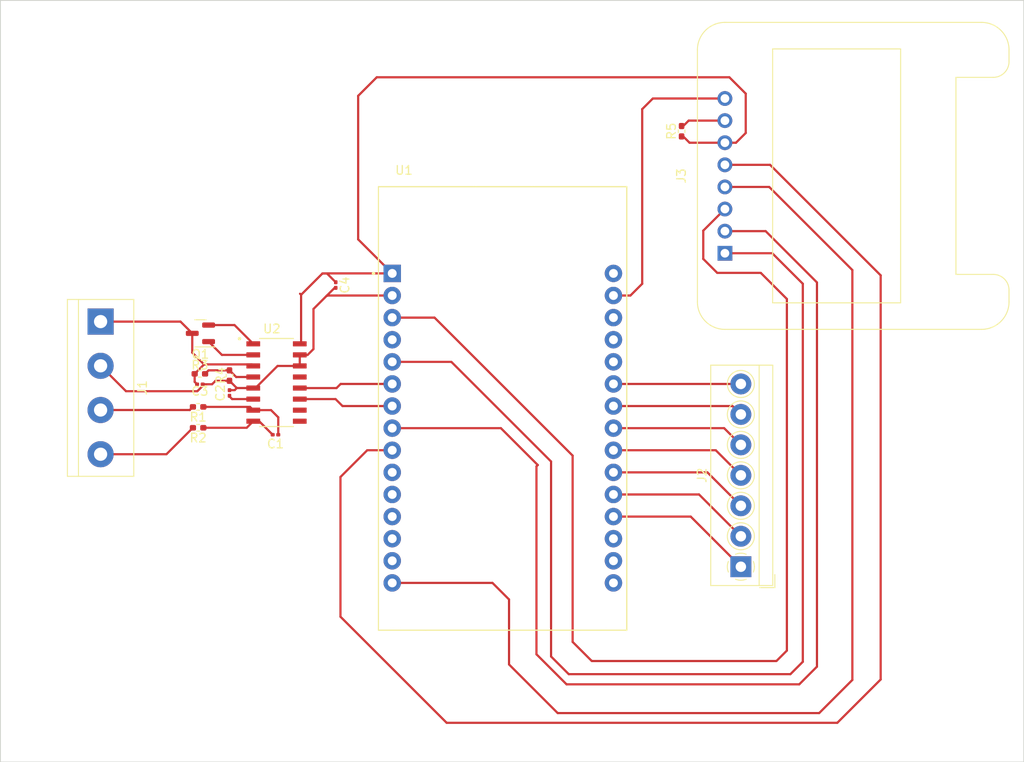
<source format=kicad_pcb>
(kicad_pcb (version 20211014) (generator pcbnew)
  (layers (0 "F.Cu" signal) (31 "B.Cu" signal) (34 "B.Paste" user) (35 "F.Paste" user) (36 "B.SilkS" user "B.Silkscreen") (37 "F.SilkS" user "F.Silkscreen") (38 "B.Mask" user) (39 "F.Mask" user) (44 "Edge.Cuts" user))
  (net 0 "")
  (net 1 "Net-(C1-Pad1)")
  (net 2 "Net-(C1-Pad2)")
  (net 3 "Net-(Q1-Pad1)")
  (net 4 "+3V3")
  (net 5 "GND3")
  (net 7 "DT_HX711")
  (net 8 "SCK_HX711")
  (net 9 "CLK_LCD")
  (net 13 "DIN_LCD")
  (net 21 "Net-(R3-Pad1)")
  (net 23 "Net-(C3-Pad1)")
  (net 24 "KEY-F4")
  (net 25 "KEY-F3")
  (net 26 "KEY-F1")
  (net 27 "KEY-F2")
  (net 28 "KEY-C3")
  (net 29 "KEY-C2")
  (net 30 "KEY-C1")
  (net 31 "RST_LCD")
  (net 32 "CE_LCD")
  (net 33 "D{slash}C_LCD")
  (net 34 "Net-(J3-Pad7)")
  (net 35 "Net-(C2-Pad1)")
  (net 36 "Net-(J1-Pad3)")
  (net 37 "Net-(J1-Pad4)")
  (net 38 "BL_LCD")
  (footprint "Capacitor_SMD:C_0201_0603Metric" (layer "F.Cu") (at 119.08 87.4 180)
    (fp_text reference "C1" (at 0 -1.05) (layer "F.SilkS"))
    (fp_text value "0.1u" hide)
    (pad "1" smd roundrect (at -0.32 0 180) (size 0.46 0.4) (layers "F.Cu" "F.Mask") (net 1 "Net-(C1-Pad1)"))
    (pad "2" smd roundrect (at 0.32 0 180) (size 0.46 0.4) (layers "F.Cu" "F.Mask") (net 2 "Net-(C1-Pad2)"))
  )
  (footprint "Package_TO_SOT_SMD:SOT-23" (layer "F.Cu") (at 110.4625 75.75 180)
    (fp_text reference "Q1" (at 0 -2.4) (layer "F.SilkS"))
    (fp_text value "MMBT3906")
    (fp_line (start 0 1.56) (end 0.65 1.56) (layer "F.SilkS") (width 0.12))
    (fp_line (start 0 1.56) (end -0.65 1.56) (layer "F.SilkS") (width 0.12))
    (fp_line (start 0 -1.56) (end 0.65 -1.56) (layer "F.SilkS") (width 0.12))
    (fp_line (start 0 -1.56) (end -1.675 -1.56) (layer "F.SilkS") (width 0.12))
    (pad "1" smd roundrect (at -0.9375 -0.95 180) (size 1.475 0.6) (layers "F.Cu" "F.Paste" "F.Mask") (net 3 "Net-(Q1-Pad1)"))
    (pad "2" smd roundrect (at -0.9375 0.95 180) (size 1.475 0.6) (layers "F.Cu" "F.Paste" "F.Mask") (net 4 "+3V3"))
    (pad "3" smd roundrect (at 0.9375 0 180) (size 1.475 0.6) (layers "F.Cu" "F.Paste" "F.Mask") (net 23 "Net-(C3-Pad1)"))
  )
  (footprint "TerminalBlock:TerminalBlock_bornier-4_P5.08mm" (layer "F.Cu") (at 99 74.4 -90)
    (fp_text reference "J1" (at 7.6 -4.8 90) (layer "F.SilkS"))
    (fp_text value "Screw_Terminal_01x04")
    (fp_line (start -2.54 -3.81) (end 17.78 -3.81) (layer "F.SilkS") (width 0.12))
    (fp_line (start -2.54 3.81) (end 17.78 3.81) (layer "F.SilkS") (width 0.12))
    (fp_line (start 17.78 3.81) (end 17.78 -3.81) (layer "F.SilkS") (width 0.12))
    (fp_line (start 17.78 2.54) (end -2.54 2.54) (layer "F.SilkS") (width 0.12))
    (fp_line (start -2.54 -3.81) (end -2.54 3.81) (layer "F.SilkS") (width 0.12))
    (pad "1" thru_hole rect (at 0 0 270) (size 3 3) (drill 1.52) (layers *.Cu *.Mask) (net 23 "Net-(C3-Pad1)"))
    (pad "2" thru_hole circle (at 5.08 0 270) (size 3 3) (drill 1.52) (layers *.Cu *.Mask) (net 5 "GND3"))
    (pad "3" thru_hole circle (at 10.16 0 270) (size 3 3) (drill 1.52) (layers *.Cu *.Mask) (net 36 "Net-(J1-Pad3)"))
    (pad "4" thru_hole circle (at 15.24 0 270) (size 3 3) (drill 1.52) (layers *.Cu *.Mask) (net 37 "Net-(J1-Pad4)"))
  )
  (footprint "Resistor_SMD:R_0402_1005Metric_Pad0.72x0.64mm_HandSolder" (layer "F.Cu") (at 110.4 80.4 180)
    (fp_text reference "R3" (at 0 1) (layer "F.SilkS"))
    (fp_text value "R" hide)
    (fp_line (start -0.167621 -0.38) (end 0.167621 -0.38) (layer "F.SilkS") (width 0.12))
    (fp_line (start -0.167621 0.38) (end 0.167621 0.38) (layer "F.SilkS") (width 0.12))
    (pad "1" smd roundrect (at -0.5975 0 180) (size 0.715 0.64) (layers "F.Cu" "F.Paste" "F.Mask") (net 21 "Net-(R3-Pad1)"))
    (pad "2" smd roundrect (at 0.5975 0 180) (size 0.715 0.64) (layers "F.Cu" "F.Paste" "F.Mask") (net 23 "Net-(C3-Pad1)"))
  )
  (footprint "HX711:SOP127P600X180-16N" (layer "F.Cu") (at 119.2 81.4)
    (fp_text reference "U2" (at -0.535 -6.172) (layer "F.SilkS"))
    (fp_text value "HX711")
    (fp_line (start -1.95 -5.06) (end 1.95 -5.06) (layer "F.SilkS") (width 0.127))
    (fp_line (start -1.95 5.06) (end 1.95 5.06) (layer "F.SilkS") (width 0.127))
    (fp_circle (center -4.25 -5.035) (end -4.15 -5.035) (layer "F.SilkS") (width 0.2) (fill none))
    (pad "1" smd roundrect locked (at -2.67 -4.445) (size 1.58 0.59) (layers "F.Cu" "F.Paste" "F.Mask") (roundrect_rratio 0.07) (net 4 "+3V3"))
    (pad "2" smd roundrect locked (at -2.67 -3.175) (size 1.58 0.59) (layers "F.Cu" "F.Paste" "F.Mask") (roundrect_rratio 0.07) (net 3 "Net-(Q1-Pad1)"))
    (pad "3" smd roundrect locked (at -2.67 -1.905) (size 1.58 0.59) (layers "F.Cu" "F.Paste" "F.Mask") (roundrect_rratio 0.07) (net 23 "Net-(C3-Pad1)"))
    (pad "4" smd roundrect locked (at -2.67 -0.635) (size 1.58 0.59) (layers "F.Cu" "F.Paste" "F.Mask") (roundrect_rratio 0.07) (net 21 "Net-(R3-Pad1)"))
    (pad "5" smd roundrect locked (at -2.67 0.635) (size 1.58 0.59) (layers "F.Cu" "F.Paste" "F.Mask") (roundrect_rratio 0.07) (net 5 "GND3"))
    (pad "6" smd roundrect locked (at -2.67 1.905) (size 1.58 0.59) (layers "F.Cu" "F.Paste" "F.Mask") (roundrect_rratio 0.07) (net 35 "Net-(C2-Pad1)"))
    (pad "7" smd roundrect locked (at -2.67 3.175) (size 1.58 0.59) (layers "F.Cu" "F.Paste" "F.Mask") (roundrect_rratio 0.07) (net 1 "Net-(C1-Pad1)"))
    (pad "8" smd roundrect locked (at -2.67 4.445) (size 1.58 0.59) (layers "F.Cu" "F.Paste" "F.Mask") (roundrect_rratio 0.07) (net 2 "Net-(C1-Pad2)"))
    (pad "9" smd roundrect locked (at 2.67 4.445) (size 1.58 0.59) (layers "F.Cu" "F.Paste" "F.Mask") (roundrect_rratio 0.07) (net 5 "GND3"))
    (pad "10" smd roundrect locked (at 2.67 3.175) (size 1.58 0.59) (layers "F.Cu" "F.Paste" "F.Mask") (roundrect_rratio 0.07) (net 4 "+3V3"))
    (pad "11" smd roundrect locked (at 2.67 1.905) (size 1.58 0.59) (layers "F.Cu" "F.Paste" "F.Mask") (roundrect_rratio 0.07) (net 8 "SCK_HX711"))
    (pad "12" smd roundrect locked (at 2.67 0.635) (size 1.58 0.59) (layers "F.Cu" "F.Paste" "F.Mask") (roundrect_rratio 0.07) (net 7 "DT_HX711"))
    (pad "13" smd roundrect locked (at 2.67 -0.635) (size 1.58 0.59) (layers "F.Cu" "F.Paste" "F.Mask") (roundrect_rratio 0.07))
    (pad "14" smd roundrect locked (at 2.67 -1.905) (size 1.58 0.59) (layers "F.Cu" "F.Paste" "F.Mask") (roundrect_rratio 0.07) (net 5 "GND3"))
    (pad "15" smd roundrect locked (at 2.67 -3.175) (size 1.58 0.59) (layers "F.Cu" "F.Paste" "F.Mask") (roundrect_rratio 0.07) (net 5 "GND3"))
    (pad "16" smd roundrect locked (at 2.67 -4.445) (size 1.58 0.59) (layers "F.Cu" "F.Paste" "F.Mask") (roundrect_rratio 0.07) (net 4 "+3V3"))
  )
  (footprint "Resistor_SMD:R_0402_1005Metric_Pad0.72x0.64mm_HandSolder" (layer "F.Cu") (at 113.8 80.6 -90)
    (fp_text reference "R4" (at 0 1 90) (layer "F.SilkS"))
    (fp_text value "R" hide)
    (fp_line (start -0.167621 0.38) (end 0.167621 0.38) (layer "F.SilkS") (width 0.12))
    (fp_line (start -0.167621 -0.38) (end 0.167621 -0.38) (layer "F.SilkS") (width 0.12))
    (pad "1" smd roundrect (at -0.5975 0 270) (size 0.715 0.64) (layers "F.Cu" "F.Paste" "F.Mask") (net 21 "Net-(R3-Pad1)"))
    (pad "2" smd roundrect (at 0.5975 0 270) (size 0.715 0.64) (layers "F.Cu" "F.Paste" "F.Mask") (net 5 "GND3"))
  )
  (footprint "Resistor_SMD:R_0402_1005Metric_Pad0.72x0.64mm_HandSolder" (layer "F.Cu") (at 165.7096 52.5272 90)
    (fp_text reference "R5" (at 0 -1.17 90) (layer "F.SilkS"))
    (fp_text value "R")
    (fp_line (start -0.167621 -0.38) (end 0.167621 -0.38) (layer "F.SilkS") (width 0.12))
    (fp_line (start -0.167621 0.38) (end 0.167621 0.38) (layer "F.SilkS") (width 0.12))
    (pad "1" smd roundrect (at -0.5975 0 90) (size 0.715 0.64) (layers "F.Cu" "F.Paste" "F.Mask") (net 38 "BL_LCD"))
    (pad "2" smd roundrect (at 0.5975 0 90) (size 0.715 0.64) (layers "F.Cu" "F.Paste" "F.Mask") (net 34 "Net-(J3-Pad7)"))
  )
  (footprint "Capacitor_SMD:C_0201_0603Metric" (layer "F.Cu") (at 113.8 82.6 90)
    (fp_text reference "C2" (at 0 -1.05 90) (layer "F.SilkS"))
    (fp_text value "0.1u" hide)
    (pad "1" smd roundrect (at -0.32 0 90) (size 0.46 0.4) (layers "F.Cu" "F.Mask") (net 35 "Net-(C2-Pad1)"))
    (pad "2" smd roundrect (at 0.32 0 90) (size 0.46 0.4) (layers "F.Cu" "F.Mask") (net 5 "GND3"))
  )
  (footprint "Resistor_SMD:R_0402_1005Metric_Pad0.72x0.64mm_HandSolder" (layer "F.Cu") (at 110.2 84.2 180)
    (fp_text reference "R1" (at 0 -1.17) (layer "F.SilkS"))
    (fp_text value "100" hide)
    (fp_line (start -0.167621 0.38) (end 0.167621 0.38) (layer "F.SilkS") (width 0.12))
    (fp_line (start -0.167621 -0.38) (end 0.167621 -0.38) (layer "F.SilkS") (width 0.12))
    (pad "1" smd roundrect (at -0.5975 0 180) (size 0.715 0.64) (layers "F.Cu" "F.Paste" "F.Mask") (net 1 "Net-(C1-Pad1)"))
    (pad "2" smd roundrect (at 0.5975 0 180) (size 0.715 0.64) (layers "F.Cu" "F.Paste" "F.Mask") (net 36 "Net-(J1-Pad3)"))
  )
  (footprint "TerminalBlock_4Ucon:TerminalBlock_4Ucon_1x07_P3.50mm_Horizontal" (layer "F.Cu") (at 172.5168 102.5652 90)
    (fp_text reference "J2" (at 10.5 -4.46 90) (layer "F.SilkS"))
    (fp_text value "Conn_01x07")
    (fp_line (start -2.4 3.9) (end -0.9 3.9) (layer "F.SilkS") (width 0.12))
    (fp_line (start -2.16 -3.46) (end -2.16 3.66) (layer "F.SilkS") (width 0.12))
    (fp_line (start -2.16 3.66) (end 23.16 3.66) (layer "F.SilkS") (width 0.12))
    (fp_line (start -2.4 2.16) (end -2.4 3.9) (layer "F.SilkS") (width 0.12))
    (fp_line (start -2.16 2.1) (end 23.16 2.1) (layer "F.SilkS") (width 0.12))
    (fp_line (start -2.16 -3.46) (end 23.16 -3.46) (layer "F.SilkS") (width 0.12))
    (fp_line (start 23.16 -3.46) (end 23.16 3.66) (layer "F.SilkS") (width 0.12))
    (fp_arc (start 1.432109 -0.607742) (mid 1.555727 0.00014) (end 1.432 0.608) (layer "F.SilkS") (width 0.12))
    (fp_arc (start 0.027011 1.555493) (mid -0.296984 1.527118) (end -0.608 1.432) (layer "F.SilkS") (width 0.12))
    (fp_arc (start -0.607742 -1.432109) (mid 0.00014 -1.555727) (end 0.608 -1.432) (layer "F.SilkS") (width 0.12))
    (fp_arc (start 0.607587 1.431385) (mid 0.310017 1.523783) (end 0 1.555) (layer "F.SilkS") (width 0.12))
    (fp_arc (start -1.432109 0.607742) (mid -1.555727 -0.00014) (end -1.432 -0.608) (layer "F.SilkS") (width 0.12))
    (fp_circle (center 10.5 0) (end 12.055 0) (layer "F.SilkS") (width 0.12) (fill none))
    (fp_circle (center 21 0) (end 22.555 0) (layer "F.SilkS") (width 0.12) (fill none))
    (fp_circle (center 17.5 0) (end 19.055 0) (layer "F.SilkS") (width 0.12) (fill none))
    (fp_circle (center 3.5 0) (end 5.055 0) (layer "F.SilkS") (width 0.12) (fill none))
    (fp_circle (center 14 0) (end 15.555 0) (layer "F.SilkS") (width 0.12) (fill none))
    (fp_circle (center 7 0) (end 8.555 0) (layer "F.SilkS") (width 0.12) (fill none))
    (pad "1" thru_hole rect (at 0 0 90) (size 2.4 2.4) (drill 1.2) (layers *.Cu *.Mask) (net 24 "KEY-F4"))
    (pad "2" thru_hole circle (at 3.5 0 90) (size 2.4 2.4) (drill 1.2) (layers *.Cu *.Mask) (net 25 "KEY-F3"))
    (pad "3" thru_hole circle (at 7 0 90) (size 2.4 2.4) (drill 1.2) (layers *.Cu *.Mask) (net 26 "KEY-F1"))
    (pad "4" thru_hole circle (at 10.5 0 90) (size 2.4 2.4) (drill 1.2) (layers *.Cu *.Mask) (net 27 "KEY-F2"))
    (pad "5" thru_hole circle (at 14 0 90) (size 2.4 2.4) (drill 1.2) (layers *.Cu *.Mask) (net 28 "KEY-C3"))
    (pad "6" thru_hole circle (at 17.5 0 90) (size 2.4 2.4) (drill 1.2) (layers *.Cu *.Mask) (net 29 "KEY-C2"))
    (pad "7" thru_hole circle (at 21 0 90) (size 2.4 2.4) (drill 1.2) (layers *.Cu *.Mask) (net 30 "KEY-C1"))
  )
  (footprint "Capacitor_SMD:C_0201_0603Metric" (layer "F.Cu") (at 110.4 81.6)
    (fp_text reference "C3" (at 0 0.8) (layer "F.SilkS"))
    (fp_text value "0.1u" hide)
    (pad "1" smd roundrect (at -0.32 0) (size 0.46 0.4) (layers "F.Cu" "F.Mask") (net 23 "Net-(C3-Pad1)"))
    (pad "2" smd roundrect (at 0.32 0) (size 0.46 0.4) (layers "F.Cu" "F.Mask") (net 5 "GND3"))
  )
  (footprint "Capacitor_SMD:C_0201_0603Metric" (layer "F.Cu") (at 126 70.2 -90)
    (fp_text reference "C4" (at 0 -1.05 90) (layer "F.SilkS"))
    (fp_text value "0.1u" hide)
    (pad "1" smd roundrect (at -0.32 0 270) (size 0.46 0.4) (layers "F.Cu" "F.Mask") (net 4 "+3V3"))
    (pad "2" smd roundrect (at 0.32 0 270) (size 0.46 0.4) (layers "F.Cu" "F.Mask") (net 5 "GND3"))
  )
  (footprint "Resistor_SMD:R_0402_1005Metric_Pad0.72x0.64mm_HandSolder" (layer "F.Cu") (at 110.2 86.6 180)
    (fp_text reference "R2" (at 0 -1.17) (layer "F.SilkS"))
    (fp_text value "100" hide)
    (fp_line (start -0.167621 0.38) (end 0.167621 0.38) (layer "F.SilkS") (width 0.12))
    (fp_line (start -0.167621 -0.38) (end 0.167621 -0.38) (layer "F.SilkS") (width 0.12))
    (pad "1" smd roundrect (at -0.5975 0 180) (size 0.715 0.64) (layers "F.Cu" "F.Paste" "F.Mask") (net 2 "Net-(C1-Pad2)"))
    (pad "2" smd roundrect (at 0.5975 0 180) (size 0.715 0.64) (layers "F.Cu" "F.Paste" "F.Mask") (net 37 "Net-(J1-Pad4)"))
  )
  (footprint "Display:Adafruit_SSD1306" (layer "F.Cu") (at 170.685 66.548 90)
    (fp_text reference "J3" (at 8.89 -5 90) (layer "F.SilkS"))
    (fp_text value "Conn_01x08")
    (fp_line (start -8.746 0) (end -8.746 29.464) (layer "F.SilkS") (width 0.12))
    (fp_line (start 23.478 5.478) (end 23.478 20.176) (layer "F.SilkS") (width 0.12))
    (fp_line (start -5.698 5.478) (end 23.478 5.478) (layer "F.SilkS") (width 0.12))
    (fp_line (start 26.526 0) (end 26.526 29.464) (layer "F.SilkS") (width 0.12))
    (fp_line (start 23.368 -3.158) (end -5.588 -3.158) (layer "F.SilkS") (width 0.12))
    (fp_line (start 22.018 32.622) (end 23.37 32.622) (layer "F.SilkS") (width 0.12))
    (fp_line (start -5.698 20.176) (end 23.478 20.176) (layer "F.SilkS") (width 0.12))
    (fp_line (start -2.43 26.526) (end 20.21 26.526) (layer "F.SilkS") (width 0.12))
    (fp_line (start 20.21 26.526) (end 20.21 30.814) (layer "F.SilkS") (width 0.12))
    (fp_line (start -5.698 5.478) (end -5.698 20.176) (layer "F.SilkS") (width 0.12))
    (fp_line (start -4.238 32.622) (end -5.59 32.622) (layer "F.SilkS") (width 0.12))
    (fp_line (start -2.43 26.526) (end -2.43 30.814) (layer "F.SilkS") (width 0.12))
    (fp_arc (start 22.016 32.622) (mid 20.738137 32.091035) (end 20.21 30.812) (layer "F.SilkS") (width 0.12))
    (fp_arc (start -8.746 0) (mid -7.821043 -2.233043) (end -5.588 -3.158) (layer "F.SilkS") (width 0.12))
    (fp_arc (start 23.368 -3.158) (mid 25.601043 -2.233043) (end 26.526 0) (layer "F.SilkS") (width 0.12))
    (fp_arc (start -2.43 30.812) (mid -2.958137 32.091035) (end -4.236 32.622) (layer "F.SilkS") (width 0.12))
    (fp_arc (start 26.526 29.464) (mid 25.601043 31.697043) (end 23.368 32.622) (layer "F.SilkS") (width 0.12))
    (fp_arc (start -5.588 32.622) (mid -7.821043 31.697043) (end -8.746 29.464) (layer "F.SilkS") (width 0.12))
    (pad "" np_thru_hole circle (at 23.368 29.464 90) (size 2.7 2.7) (drill 2.7) (layers *.Cu *.Mask))
    (pad "" np_thru_hole circle (at -5.588 0 90) (size 2.7 2.7) (drill 2.7) (layers *.Cu *.Mask))
    (pad "" np_thru_hole circle (at -5.588 29.464 90) (size 2.7 2.7) (drill 2.7) (layers *.Cu *.Mask))
    (pad "" np_thru_hole circle (at 23.368 0 90) (size 2.7 2.7) (drill 2.7) (layers *.Cu *.Mask))
    (pad "1" thru_hole rect (at 0 0 90) (size 1.7 1.7) (drill 1) (layers *.Cu *.Mask) (net 31 "RST_LCD"))
    (pad "2" thru_hole circle (at 2.54 0 90) (size 1.7 1.7) (drill 1) (layers *.Cu *.Mask) (net 32 "CE_LCD"))
    (pad "3" thru_hole circle (at 5.08 0 90) (size 1.7 1.7) (drill 1) (layers *.Cu *.Mask) (net 33 "D{slash}C_LCD"))
    (pad "4" thru_hole circle (at 7.62 0 90) (size 1.7 1.7) (drill 1) (layers *.Cu *.Mask) (net 13 "DIN_LCD"))
    (pad "5" thru_hole circle (at 10.16 0 90) (size 1.7 1.7) (drill 1) (layers *.Cu *.Mask) (net 9 "CLK_LCD"))
    (pad "6" thru_hole circle (at 12.7 0 90) (size 1.7 1.7) (drill 1) (layers *.Cu *.Mask) (net 4 "+3V3"))
    (pad "7" thru_hole circle (at 15.24 0 90) (size 1.7 1.7) (drill 1) (layers *.Cu *.Mask) (net 34 "Net-(J3-Pad7)"))
    (pad "8" thru_hole circle (at 17.78 0 90) (size 1.7 1.7) (drill 1) (layers *.Cu *.Mask) (net 5 "GND3"))
  )
  (footprint "ESP32-DEVKIT-V1:MODULE_ESP32_DEVKIT_V1" (layer "F.Cu") (at 145.1864 84.3788)
    (fp_text reference "U1" (at -11.355 -27.36) (layer "F.SilkS"))
    (fp_text value "ESP32-DEVKIT-V1")
    (fp_line (start 14.23 25.475) (end -14.28 25.475) (layer "F.SilkS") (width 0.127))
    (fp_line (start 8.78 25.475) (end 14.23 25.475) (layer "F.SilkS") (width 0.127))
    (fp_line (start -3.211 -25.475) (end 3.5 -25.475) (layer "F.SilkS") (width 0.127))
    (fp_line (start -14.28 -25.475) (end 14.23 -25.475) (layer "F.SilkS") (width 0.127))
    (fp_line (start 3.5 -25.475) (end 14.23 -25.475) (layer "F.SilkS") (width 0.127))
    (fp_line (start -14.28 25.475) (end -8.91 25.475) (layer "F.SilkS") (width 0.127))
    (fp_line (start -14.28 25.475) (end -14.28 -25.475) (layer "F.SilkS") (width 0.127))
    (fp_line (start 14.23 -25.475) (end 14.23 25.475) (layer "F.SilkS") (width 0.127))
    (fp_line (start -8.91 25.475) (end 8.78 25.475) (layer "F.SilkS") (width 0.127))
    (fp_line (start 14.23 -25.475) (end 14.23 25.475) (layer "F.SilkS") (width 0.127))
    (fp_line (start -14.28 25.475) (end -14.28 -25.475) (layer "F.SilkS") (width 0.127))
    (fp_line (start -14.28 -25.475) (end -3.211 -25.475) (layer "F.SilkS") (width 0.127))
    (fp_circle (center -14.85 -15.515) (end -14.75 -15.515) (layer "F.SilkS") (width 0.2) (fill none))
    (pad "" np_thru_hole circle locked (at -12.28 -23.475) (size 3 3) (drill 3) (layers *.Cu *.Mask))
    (pad "" np_thru_hole circle locked (at -12.28 23.475) (size 3 3) (drill 3) (layers *.Cu *.Mask))
    (pad "" np_thru_hole circle locked (at 12.23 -23.475) (size 3 3) (drill 3) (layers *.Cu *.Mask))
    (pad "" np_thru_hole circle locked (at 12.23 23.475) (size 3 3) (drill 3) (layers *.Cu *.Mask))
    (pad "1" thru_hole rect locked (at -12.7 -15.515) (size 2 2) (drill 1.02) (layers *.Cu *.Mask) (net 4 "+3V3"))
    (pad "2" thru_hole circle locked (at -12.7 -12.975) (size 2 2) (drill 1.02) (layers *.Cu *.Mask) (net 5 "GND3"))
    (pad "3" thru_hole circle locked (at -12.7 -10.435) (size 2 2) (drill 1.02) (layers *.Cu *.Mask) (net 33 "D{slash}C_LCD"))
    (pad "4" thru_hole circle locked (at -12.7 -7.895) (size 2 2) (drill 1.02) (layers *.Cu *.Mask))
    (pad "5" thru_hole circle locked (at -12.7 -5.355) (size 2 2) (drill 1.02) (layers *.Cu *.Mask) (net 31 "RST_LCD"))
    (pad "6" thru_hole circle locked (at -12.7 -2.815) (size 2 2) (drill 1.02) (layers *.Cu *.Mask) (net 7 "DT_HX711"))
    (pad "7" thru_hole circle locked (at -12.7 -0.275) (size 2 2) (drill 1.02) (layers *.Cu *.Mask) (net 8 "SCK_HX711"))
    (pad "8" thru_hole circle locked (at -12.7 2.265) (size 2 2) (drill 1.02) (layers *.Cu *.Mask) (net 32 "CE_LCD"))
    (pad "9" thru_hole circle locked (at -12.7 4.805) (size 2 2) (drill 1.02) (layers *.Cu *.Mask) (net 9 "CLK_LCD"))
    (pad "10" thru_hole circle locked (at -12.7 7.345) (size 2 2) (drill 1.02) (layers *.Cu *.Mask))
    (pad "11" thru_hole circle locked (at -12.7 9.885) (size 2 2) (drill 1.02) (layers *.Cu *.Mask))
    (pad "12" thru_hole circle locked (at -12.7 12.425) (size 2 2) (drill 1.02) (layers *.Cu *.Mask) (net 38 "BL_LCD"))
    (pad "13" thru_hole circle locked (at -12.7 14.965) (size 2 2) (drill 1.02) (layers *.Cu *.Mask))
    (pad "14" thru_hole circle locked (at -12.7 17.505) (size 2 2) (drill 1.02) (layers *.Cu *.Mask))
    (pad "15" thru_hole circle locked (at -12.7 20.045) (size 2 2) (drill 1.02) (layers *.Cu *.Mask) (net 13 "DIN_LCD"))
    (pad "16" thru_hole circle locked (at 12.7 20.045) (size 2 2) (drill 1.02) (layers *.Cu *.Mask))
    (pad "17" thru_hole circle locked (at 12.7 17.505) (size 2 2) (drill 1.02) (layers *.Cu *.Mask))
    (pad "18" thru_hole circle locked (at 12.7 14.965) (size 2 2) (drill 1.02) (layers *.Cu *.Mask))
    (pad "19" thru_hole circle locked (at 12.7 12.425) (size 2 2) (drill 1.02) (layers *.Cu *.Mask) (net 24 "KEY-F4"))
    (pad "20" thru_hole circle locked (at 12.7 9.885) (size 2 2) (drill 1.02) (layers *.Cu *.Mask) (net 25 "KEY-F3"))
    (pad "21" thru_hole circle locked (at 12.7 7.345) (size 2 2) (drill 1.02) (layers *.Cu *.Mask) (net 26 "KEY-F1"))
    (pad "22" thru_hole circle locked (at 12.7 4.805) (size 2 2) (drill 1.02) (layers *.Cu *.Mask) (net 27 "KEY-F2"))
    (pad "23" thru_hole circle locked (at 12.7 2.265) (size 2 2) (drill 1.02) (layers *.Cu *.Mask) (net 28 "KEY-C3"))
    (pad "24" thru_hole circle locked (at 12.7 -0.275) (size 2 2) (drill 1.02) (layers *.Cu *.Mask) (net 29 "KEY-C2"))
    (pad "25" thru_hole circle locked (at 12.7 -2.815) (size 2 2) (drill 1.02) (layers *.Cu *.Mask) (net 30 "KEY-C1"))
    (pad "26" thru_hole circle locked (at 12.7 -5.355) (size 2 2) (drill 1.02) (layers *.Cu *.Mask))
    (pad "27" thru_hole circle locked (at 12.7 -7.895) (size 2 2) (drill 1.02) (layers *.Cu *.Mask))
    (pad "28" thru_hole circle locked (at 12.7 -10.435) (size 2 2) (drill 1.02) (layers *.Cu *.Mask))
    (pad "29" thru_hole circle locked (at 12.7 -12.975) (size 2 2) (drill 1.02) (layers *.Cu *.Mask) (net 5 "GND3"))
    (pad "30" thru_hole circle locked (at 12.7 -15.515) (size 2 2) (drill 1.02) (layers *.Cu *.Mask))
  )
  (gr_line (start 205 125) (end 87.5 125) (layer "Edge.Cuts") (width 0.1))
  (gr_line (start 205 37.5) (end 205 125) (layer "Edge.Cuts") (width 0.1))
  (gr_line (start 87.5 37.5) (end 205 37.5) (layer "Edge.Cuts") (width 0.1))
  (gr_line (start 87.5 125) (end 87.5 37.5) (layer "Edge.Cuts") (width 0.1))
  (segment (start 118.575 84.575) (end 119.4 85.4) (width 0.25) (layer "F.Cu") (net 1))
  (segment (start 110.7975 84.2) (end 116.155 84.2) (width 0.25) (layer "F.Cu") (net 1))
  (segment (start 116.53 84.575) (end 118.575 84.575) (width 0.25) (layer "F.Cu") (net 1))
  (segment (start 119.4 85.4) (end 119.4 87.4) (width 0.25) (layer "F.Cu") (net 1))
  (segment (start 116.155 84.2) (end 116.53 84.575) (width 0.25) (layer "F.Cu") (net 1))
  (segment (start 117.205 85.845) (end 118.76 87.4) (width 0.25) (layer "F.Cu") (net 2))
  (segment (start 116.53 85.845) (end 117.205 85.845) (width 0.25) (layer "F.Cu") (net 2))
  (segment (start 110.7975 86.6) (end 115.775 86.6) (width 0.25) (layer "F.Cu") (net 2))
  (segment (start 115.775 86.6) (end 116.53 85.845) (width 0.25) (layer "F.Cu") (net 2))
  (segment (start 112.925 78.225) (end 116.53 78.225) (width 0.25) (layer "F.Cu") (net 3))
  (segment (start 111.4 76.7) (end 112.925 78.225) (width 0.25) (layer "F.Cu") (net 3))
  (segment (start 165.7096 52.9347) (end 166.6229 53.848) (width 0.25) (layer "F.Cu") (net 4))
  (segment (start 124.481 68.8638) (end 132.4864 68.8638) (width 0.25) (layer "F.Cu") (net 4))
  (segment (start 122.0216 76.8034) (end 121.87 76.955) (width 0.25) (layer "F.Cu") (net 4))
  (segment (start 122.0216 71.3232) (end 122.0216 76.8034) (width 0.25) (layer "F.Cu") (net 4))
  (segment (start 111.4 74.8) (end 114.375 74.8) (width 0.25) (layer "F.Cu") (net 4))
  (segment (start 173.0756 48.2092) (end 171.196 46.3296) (width 0.25) (layer "F.Cu") (net 4))
  (segment (start 128.5748 48.4632) (end 128.5748 64.9522) (width 0.25) (layer "F.Cu") (net 4))
  (segment (start 130.7084 46.3296) (end 128.5748 48.4632) (width 0.25) (layer "F.Cu") (net 4))
  (segment (start 114.375 74.8) (end 116.53 76.955) (width 0.25) (layer "F.Cu") (net 4))
  (segment (start 124.481 68.8638) (end 124.9838 68.8638) (width 0.25) (layer "F.Cu") (net 4))
  (segment (start 128.5748 64.9522) (end 132.4864 68.8638) (width 0.25) (layer "F.Cu") (net 4))
  (segment (start 124.9838 68.8638) (end 126 69.88) (width 0.25) (layer "F.Cu") (net 4))
  (segment (start 166.6229 53.848) (end 170.685 53.848) (width 0.25) (layer "F.Cu") (net 4))
  (segment (start 171.196 46.3296) (end 130.7084 46.3296) (width 0.25) (layer "F.Cu") (net 4))
  (segment (start 171.958 53.848) (end 173.0756 52.7304) (width 0.25) (layer "F.Cu") (net 4))
  (segment (start 122.0216 71.3232) (end 124.481 68.8638) (width 0.25) (layer "F.Cu") (net 4))
  (segment (start 170.685 53.848) (end 171.958 53.848) (width 0.25) (layer "F.Cu") (net 4))
  (segment (start 173.0756 52.7304) (end 173.0756 48.2092) (width 0.25) (layer "F.Cu") (net 4))
  (segment (start 121.8984 71.2) (end 122.0216 71.3232) (width 0.25) (layer "F.Cu") (net 4))
  (segment (start 113.8 81.1975) (end 112.2025 81.1975) (width 0.25) (layer "F.Cu") (net 5))
  (segment (start 159.8378 71.4038) (end 161.1884 70.0532) (width 0.25) (layer "F.Cu") (net 5))
  (segment (start 121.87 78.225) (end 121.87 79.495) (width 0.25) (layer "F.Cu") (net 5))
  (segment (start 110.111041 82.4) (end 101.92 82.4) (width 0.25) (layer "F.Cu") (net 5))
  (segment (start 113.8 81.1975) (end 114.6375 82.035) (width 0.25) (layer "F.Cu") (net 5))
  (segment (start 125.0398 71.4038) (end 125.0188 71.4248) (width 0.25) (layer "F.Cu") (net 5))
  (segment (start 113.8 82.28) (end 114.3925 82.28) (width 0.25) (layer "F.Cu") (net 5))
  (segment (start 161.1884 49.9872) (end 162.4076 48.768) (width 0.25) (layer "F.Cu") (net 5))
  (segment (start 157.8864 71.4038) (end 159.8378 71.4038) (width 0.25) (layer "F.Cu") (net 5))
  (segment (start 126 70.52) (end 125.8728 70.52) (width 0.25) (layer "F.Cu") (net 5))
  (segment (start 123.444 72.9488) (end 123.444 77.556) (width 0.25) (layer "F.Cu") (net 5))
  (segment (start 124.968 71.4248) (end 123.444 72.9488) (width 0.25) (layer "F.Cu") (net 5))
  (segment (start 116.780426 82.035) (end 119.320426 79.495) (width 0.25) (layer "F.Cu") (net 5))
  (segment (start 101.92 82.4) (end 99 79.48) (width 0.25) (layer "F.Cu") (net 5))
  (segment (start 123.444 77.556) (end 122.775 78.225) (width 0.25) (layer "F.Cu") (net 5))
  (segment (start 132.4864 71.4038) (end 125.0398 71.4038) (width 0.25) (layer "F.Cu") (net 5))
  (segment (start 125.0188 71.4248) (end 124.968 71.4248) (width 0.25) (layer "F.Cu") (net 5))
  (segment (start 111.8 81.6) (end 110.72 81.6) (width 0.25) (layer "F.Cu") (net 5))
  (segment (start 116.53 82.035) (end 116.780426 82.035) (width 0.25) (layer "F.Cu") (net 5))
  (segment (start 114.3925 82.28) (end 114.6375 82.035) (width 0.25) (layer "F.Cu") (net 5))
  (segment (start 112.2025 81.1975) (end 111.8 81.6) (width 0.25) (layer "F.Cu") (net 5))
  (segment (start 162.4076 48.768) (end 170.685 48.768) (width 0.25) (layer "F.Cu") (net 5))
  (segment (start 114.6375 82.035) (end 116.53 82.035) (width 0.25) (layer "F.Cu") (net 5))
  (segment (start 119.320426 79.495) (end 121.87 79.495) (width 0.25) (layer "F.Cu") (net 5))
  (segment (start 125.8728 70.52) (end 124.968 71.4248) (width 0.25) (layer "F.Cu") (net 5))
  (segment (start 110.72 81.791041) (end 110.111041 82.4) (width 0.25) (layer "F.Cu") (net 5))
  (segment (start 122.775 78.225) (end 121.87 78.225) (width 0.25) (layer "F.Cu") (net 5))
  (segment (start 161.1884 70.0532) (end 161.1884 49.9872) (width 0.25) (layer "F.Cu") (net 5))
  (segment (start 110.72 81.6) (end 110.72 81.791041) (width 0.25) (layer "F.Cu") (net 5))
  (segment (start 121.877 82.042) (end 121.87 82.035) (width 0.25) (layer "F.Cu") (net 7))
  (segment (start 126.0856 82.042) (end 126.5638 81.5638) (width 0.25) (layer "F.Cu") (net 7))
  (segment (start 126.5638 81.5638) (end 132.4864 81.5638) (width 0.25) (layer "F.Cu") (net 7))
  (segment (start 126.0856 82.042) (end 121.877 82.042) (width 0.25) (layer "F.Cu") (net 7))
  (segment (start 125.977 83.305) (end 126.7758 84.1038) (width 0.25) (layer "F.Cu") (net 8))
  (segment (start 126.7758 84.1038) (end 132.4864 84.1038) (width 0.25) (layer "F.Cu") (net 8))
  (segment (start 121.87 83.305) (end 125.977 83.305) (width 0.25) (layer "F.Cu") (net 8))
  (segment (start 126.5428 92.2528) (end 126.5428 108.3056) (width 0.25) (layer "F.Cu") (net 9))
  (segment (start 175.8696 56.388) (end 188.5696 69.088) (width 0.25) (layer "F.Cu") (net 9))
  (segment (start 129.6118 89.1838) (end 126.5428 92.2528) (width 0.25) (layer "F.Cu") (net 9))
  (segment (start 170.685 56.388) (end 175.8696 56.388) (width 0.25) (layer "F.Cu") (net 9))
  (segment (start 188.5696 69.088) (end 188.5696 115.5192) (width 0.25) (layer "F.Cu") (net 9))
  (segment (start 132.4864 89.1838) (end 129.6118 89.1838) (width 0.25) (layer "F.Cu") (net 9))
  (segment (start 138.7348 120.4976) (end 126.5428 108.3056) (width 0.25) (layer "F.Cu") (net 9))
  (segment (start 183.5912 120.4976) (end 138.7348 120.4976) (width 0.25) (layer "F.Cu") (net 9))
  (segment (start 188.5696 115.5192) (end 183.5912 120.4976) (width 0.25) (layer "F.Cu") (net 9))
  (segment (start 145.8976 106.3244) (end 145.8976 113.792) (width 0.25) (layer "F.Cu") (net 13))
  (segment (start 175.768 58.928) (end 170.685 58.928) (width 0.25) (layer "F.Cu") (net 13))
  (segment (start 185.3184 68.4784) (end 175.768 58.928) (width 0.25) (layer "F.Cu") (net 13))
  (segment (start 145.8976 113.792) (end 151.4856 119.38) (width 0.25) (layer "F.Cu") (net 13))
  (segment (start 181.5084 119.38) (end 185.3184 115.57) (width 0.25) (layer "F.Cu") (net 13))
  (segment (start 151.4856 119.38) (end 181.5084 119.38) (width 0.25) (layer "F.Cu") (net 13))
  (segment (start 132.4864 104.4238) (end 143.997 104.4238) (width 0.25) (layer "F.Cu") (net 13))
  (segment (start 143.997 104.4238) (end 145.8976 106.3244) (width 0.25) (layer "F.Cu") (net 13))
  (segment (start 185.3184 115.57) (end 185.3184 68.4784) (width 0.25) (layer "F.Cu") (net 13))
  (segment (start 111.395 80.0025) (end 113.8 80.0025) (width 0.25) (layer "F.Cu") (net 21))
  (segment (start 114.5625 80.765) (end 113.8 80.0025) (width 0.25) (layer "F.Cu") (net 21))
  (segment (start 116.53 80.765) (end 114.5625 80.765) (width 0.25) (layer "F.Cu") (net 21))
  (segment (start 110.9975 80.4) (end 111.395 80.0025) (width 0.25) (layer "F.Cu") (net 21))
  (segment (start 116.53 79.495) (end 116.355 79.32) (width 0.25) (layer "F.Cu") (net 23))
  (segment (start 109.8025 81.3225) (end 110.08 81.6) (width 0.25) (layer "F.Cu") (net 23))
  (segment (start 109.525 75.75) (end 108.175 74.4) (width 0.25) (layer "F.Cu") (net 23))
  (segment (start 109.8025 80.4) (end 109.8025 81.3225) (width 0.25) (layer "F.Cu") (net 23))
  (segment (start 116.355 79.32) (end 110.8825 79.32) (width 0.25) (layer "F.Cu") (net 23))
  (segment (start 110.8825 79.32) (end 109.8025 80.4) (width 0.25) (layer "F.Cu") (net 23))
  (segment (start 108.175 74.4) (end 99 74.4) (width 0.25) (layer "F.Cu") (net 23))
  (segment (start 109.525 77.9625) (end 110.8825 79.32) (width 0.25) (layer "F.Cu") (net 23))
  (segment (start 109.525 75.75) (end 109.525 77.9625) (width 0.25) (layer "F.Cu") (net 23))
  (segment (start 157.8864 96.8038) (end 166.7554 96.8038) (width 0.25) (layer "F.Cu") (net 24))
  (segment (start 166.7554 96.8038) (end 172.5168 102.5652) (width 0.25) (layer "F.Cu") (net 24))
  (segment (start 157.8864 94.2638) (end 167.7154 94.2638) (width 0.25) (layer "F.Cu") (net 25))
  (segment (start 167.7154 94.2638) (end 172.5168 99.0652) (width 0.25) (layer "F.Cu") (net 25))
  (segment (start 157.8864 91.7238) (end 168.6754 91.7238) (width 0.25) (layer "F.Cu") (net 26))
  (segment (start 168.6754 91.7238) (end 172.5168 95.5652) (width 0.25) (layer "F.Cu") (net 26))
  (segment (start 157.8864 89.1838) (end 169.6354 89.1838) (width 0.25) (layer "F.Cu") (net 27))
  (segment (start 169.6354 89.1838) (end 172.5168 92.0652) (width 0.25) (layer "F.Cu") (net 27))
  (segment (start 170.5954 86.6438) (end 172.5168 88.5652) (width 0.25) (layer "F.Cu") (net 28))
  (segment (start 157.8864 86.6438) (end 170.5954 86.6438) (width 0.25) (layer "F.Cu") (net 28))
  (segment (start 171.5554 84.1038) (end 172.5168 85.0652) (width 0.25) (layer "F.Cu") (net 29))
  (segment (start 157.8864 84.1038) (end 171.5554 84.1038) (width 0.25) (layer "F.Cu") (net 29))
  (segment (start 172.5168 81.5652) (end 157.8878 81.5652) (width 0.25) (layer "F.Cu") (net 30))
  (segment (start 157.8878 81.5652) (end 157.8864 81.5638) (width 0.25) (layer "F.Cu") (net 30))
  (segment (start 179.6288 70.0532) (end 176.1236 66.548) (width 0.25) (layer "F.Cu") (net 31))
  (segment (start 132.4864 79.0238) (end 139.2726 79.0238) (width 0.25) (layer "F.Cu") (net 31))
  (segment (start 179.6288 113.4872) (end 179.6288 70.0532) (width 0.25) (layer "F.Cu") (net 31))
  (segment (start 150.7236 90.4748) (end 150.7236 112.8776) (width 0.25) (layer "F.Cu") (net 31))
  (segment (start 178.2064 114.9096) (end 179.6288 113.4872) (width 0.25) (layer "F.Cu") (net 31))
  (segment (start 176.1236 66.548) (end 170.685 66.548) (width 0.25) (layer "F.Cu") (net 31))
  (segment (start 139.2726 79.0238) (end 150.7236 90.4748) (width 0.25) (layer "F.Cu") (net 31))
  (segment (start 152.7556 114.9096) (end 178.2064 114.9096) (width 0.25) (layer "F.Cu") (net 31))
  (segment (start 150.7236 112.8776) (end 152.7556 114.9096) (width 0.25) (layer "F.Cu") (net 31))
  (segment (start 170.685 64.008) (end 175.3616 64.008) (width 0.25) (layer "F.Cu") (net 32))
  (segment (start 152.5016 116.078) (end 149.0472 112.6236) (width 0.25) (layer "F.Cu") (net 32))
  (segment (start 144.9622 86.6438) (end 132.4864 86.6438) (width 0.25) (layer "F.Cu") (net 32))
  (segment (start 179.2224 116.078) (end 152.5016 116.078) (width 0.25) (layer "F.Cu") (net 32))
  (segment (start 149.1996 90.8812) (end 144.9622 86.6438) (width 0.25) (layer "F.Cu") (net 32))
  (segment (start 149.0472 91.0336) (end 149.1996 90.8812) (width 0.25) (layer "F.Cu") (net 32))
  (segment (start 149.0472 112.6236) (end 149.0472 91.0336) (width 0.25) (layer "F.Cu") (net 32))
  (segment (start 181.2544 114.046) (end 179.2224 116.078) (width 0.25) (layer "F.Cu") (net 32))
  (segment (start 175.3616 64.008) (end 181.2544 69.9008) (width 0.25) (layer "F.Cu") (net 32))
  (segment (start 181.2544 69.9008) (end 181.2544 114.046) (width 0.25) (layer "F.Cu") (net 32))
  (segment (start 177.8 112.2) (end 177.8 71.8) (width 0.25) (layer "F.Cu") (net 33))
  (segment (start 155.4 113.4) (end 176.6 113.4) (width 0.25) (layer "F.Cu") (net 33))
  (segment (start 177.8 71.8) (end 174.8 68.8) (width 0.25) (layer "F.Cu") (net 33))
  (segment (start 169.8 68.8) (end 168.2 67.2) (width 0.25) (layer "F.Cu") (net 33))
  (segment (start 168.2 67.2) (end 168.2 63.953) (width 0.25) (layer "F.Cu") (net 33))
  (segment (start 176.6 113.4) (end 177.8 112.2) (width 0.25) (layer "F.Cu") (net 33))
  (segment (start 137.3438 73.9438) (end 153.2 89.8) (width 0.25) (layer "F.Cu") (net 33))
  (segment (start 153.2 89.8) (end 153.2 111.2) (width 0.25) (layer "F.Cu") (net 33))
  (segment (start 153.2 111.2) (end 155.4 113.4) (width 0.25) (layer "F.Cu") (net 33))
  (segment (start 132.4864 73.9438) (end 137.3438 73.9438) (width 0.25) (layer "F.Cu") (net 33))
  (segment (start 168.2 63.953) (end 170.685 61.468) (width 0.25) (layer "F.Cu") (net 33))
  (segment (start 174.8 68.8) (end 169.8 68.8) (width 0.25) (layer "F.Cu") (net 33))
  (segment (start 165.7096 52.1197) (end 166.5213 51.308) (width 0.25) (layer "F.Cu") (net 34))
  (segment (start 166.5213 51.308) (end 170.685 51.308) (width 0.25) (layer "F.Cu") (net 34))
  (segment (start 114.105 83.305) (end 116.53 83.305) (width 0.25) (layer "F.Cu") (net 35))
  (segment (start 113.8 82.92) (end 113.8 83) (width 0.25) (layer "F.Cu") (net 35))
  (segment (start 113.8 83) (end 114.105 83.305) (width 0.25) (layer "F.Cu") (net 35))
  (segment (start 99 84.56) (end 109.2425 84.56) (width 0.25) (layer "F.Cu") (net 36))
  (segment (start 109.2425 84.56) (end 109.6025 84.2) (width 0.25) (layer "F.Cu") (net 36))
  (segment (start 106.5625 89.64) (end 109.6025 86.6) (width 0.25) (layer "F.Cu") (net 37))
  (segment (start 99 89.64) (end 106.5625 89.64) (width 0.25) (layer "F.Cu") (net 37))
)
</source>
